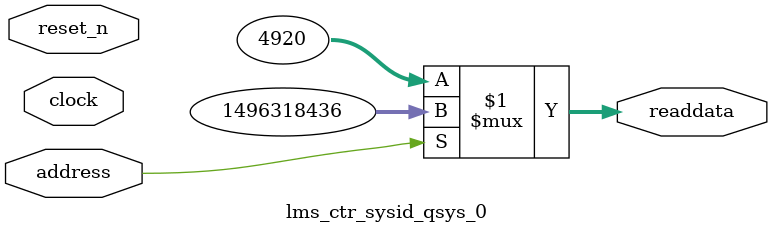
<source format=v>



// synthesis translate_off
`timescale 1ns / 1ps
// synthesis translate_on

// turn off superfluous verilog processor warnings 
// altera message_level Level1 
// altera message_off 10034 10035 10036 10037 10230 10240 10030 

module lms_ctr_sysid_qsys_0 (
               // inputs:
                address,
                clock,
                reset_n,

               // outputs:
                readdata
             )
;

  output  [ 31: 0] readdata;
  input            address;
  input            clock;
  input            reset_n;

  wire    [ 31: 0] readdata;
  //control_slave, which is an e_avalon_slave
  assign readdata = address ? 1496318436 : 4920;

endmodule




</source>
